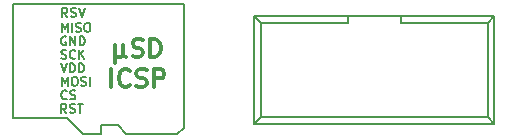
<source format=gto>
G04 #@! TF.FileFunction,Legend,Top*
%FSLAX46Y46*%
G04 Gerber Fmt 4.6, Leading zero omitted, Abs format (unit mm)*
G04 Created by KiCad (PCBNEW 4.0.4+e1-6308~48~ubuntu16.04.1-stable) date Wed Nov 16 18:20:05 2016*
%MOMM*%
%LPD*%
G01*
G04 APERTURE LIST*
%ADD10C,0.100000*%
%ADD11C,0.300000*%
%ADD12C,0.150000*%
G04 APERTURE END LIST*
D10*
D11*
X135775143Y-102543571D02*
X135775143Y-104043571D01*
X136489429Y-103329286D02*
X136560857Y-103472143D01*
X136703714Y-103543571D01*
X135775143Y-103329286D02*
X135846571Y-103472143D01*
X135989429Y-103543571D01*
X136275143Y-103543571D01*
X136418000Y-103472143D01*
X136489429Y-103329286D01*
X136489429Y-102543571D01*
X137275143Y-103472143D02*
X137489429Y-103543571D01*
X137846572Y-103543571D01*
X137989429Y-103472143D01*
X138060858Y-103400714D01*
X138132286Y-103257857D01*
X138132286Y-103115000D01*
X138060858Y-102972143D01*
X137989429Y-102900714D01*
X137846572Y-102829286D01*
X137560858Y-102757857D01*
X137418000Y-102686429D01*
X137346572Y-102615000D01*
X137275143Y-102472143D01*
X137275143Y-102329286D01*
X137346572Y-102186429D01*
X137418000Y-102115000D01*
X137560858Y-102043571D01*
X137918000Y-102043571D01*
X138132286Y-102115000D01*
X138775143Y-103543571D02*
X138775143Y-102043571D01*
X139132286Y-102043571D01*
X139346571Y-102115000D01*
X139489429Y-102257857D01*
X139560857Y-102400714D01*
X139632286Y-102686429D01*
X139632286Y-102900714D01*
X139560857Y-103186429D01*
X139489429Y-103329286D01*
X139346571Y-103472143D01*
X139132286Y-103543571D01*
X138775143Y-103543571D01*
X135453715Y-106093571D02*
X135453715Y-104593571D01*
X137025144Y-105950714D02*
X136953715Y-106022143D01*
X136739429Y-106093571D01*
X136596572Y-106093571D01*
X136382287Y-106022143D01*
X136239429Y-105879286D01*
X136168001Y-105736429D01*
X136096572Y-105450714D01*
X136096572Y-105236429D01*
X136168001Y-104950714D01*
X136239429Y-104807857D01*
X136382287Y-104665000D01*
X136596572Y-104593571D01*
X136739429Y-104593571D01*
X136953715Y-104665000D01*
X137025144Y-104736429D01*
X137596572Y-106022143D02*
X137810858Y-106093571D01*
X138168001Y-106093571D01*
X138310858Y-106022143D01*
X138382287Y-105950714D01*
X138453715Y-105807857D01*
X138453715Y-105665000D01*
X138382287Y-105522143D01*
X138310858Y-105450714D01*
X138168001Y-105379286D01*
X137882287Y-105307857D01*
X137739429Y-105236429D01*
X137668001Y-105165000D01*
X137596572Y-105022143D01*
X137596572Y-104879286D01*
X137668001Y-104736429D01*
X137739429Y-104665000D01*
X137882287Y-104593571D01*
X138239429Y-104593571D01*
X138453715Y-104665000D01*
X139096572Y-106093571D02*
X139096572Y-104593571D01*
X139668000Y-104593571D01*
X139810858Y-104665000D01*
X139882286Y-104736429D01*
X139953715Y-104879286D01*
X139953715Y-105093571D01*
X139882286Y-105236429D01*
X139810858Y-105307857D01*
X139668000Y-105379286D01*
X139096572Y-105379286D01*
D12*
X131753429Y-100166714D02*
X131499429Y-99803857D01*
X131318001Y-100166714D02*
X131318001Y-99404714D01*
X131608286Y-99404714D01*
X131680858Y-99441000D01*
X131717143Y-99477286D01*
X131753429Y-99549857D01*
X131753429Y-99658714D01*
X131717143Y-99731286D01*
X131680858Y-99767571D01*
X131608286Y-99803857D01*
X131318001Y-99803857D01*
X132043715Y-100130429D02*
X132152572Y-100166714D01*
X132334001Y-100166714D01*
X132406572Y-100130429D01*
X132442858Y-100094143D01*
X132479143Y-100021571D01*
X132479143Y-99949000D01*
X132442858Y-99876429D01*
X132406572Y-99840143D01*
X132334001Y-99803857D01*
X132188858Y-99767571D01*
X132116286Y-99731286D01*
X132080001Y-99695000D01*
X132043715Y-99622429D01*
X132043715Y-99549857D01*
X132080001Y-99477286D01*
X132116286Y-99441000D01*
X132188858Y-99404714D01*
X132370286Y-99404714D01*
X132479143Y-99441000D01*
X132696857Y-99404714D02*
X132950857Y-100166714D01*
X133204857Y-99404714D01*
X131662715Y-108294714D02*
X131408715Y-107931857D01*
X131227287Y-108294714D02*
X131227287Y-107532714D01*
X131517572Y-107532714D01*
X131590144Y-107569000D01*
X131626429Y-107605286D01*
X131662715Y-107677857D01*
X131662715Y-107786714D01*
X131626429Y-107859286D01*
X131590144Y-107895571D01*
X131517572Y-107931857D01*
X131227287Y-107931857D01*
X131953001Y-108258429D02*
X132061858Y-108294714D01*
X132243287Y-108294714D01*
X132315858Y-108258429D01*
X132352144Y-108222143D01*
X132388429Y-108149571D01*
X132388429Y-108077000D01*
X132352144Y-108004429D01*
X132315858Y-107968143D01*
X132243287Y-107931857D01*
X132098144Y-107895571D01*
X132025572Y-107859286D01*
X131989287Y-107823000D01*
X131953001Y-107750429D01*
X131953001Y-107677857D01*
X131989287Y-107605286D01*
X132025572Y-107569000D01*
X132098144Y-107532714D01*
X132279572Y-107532714D01*
X132388429Y-107569000D01*
X132606143Y-107532714D02*
X133041572Y-107532714D01*
X132823858Y-108294714D02*
X132823858Y-107532714D01*
X167894000Y-109198000D02*
X147574000Y-109198000D01*
X167354000Y-108648000D02*
X148134000Y-108648000D01*
X167894000Y-100098000D02*
X147574000Y-100098000D01*
X167354000Y-100648000D02*
X159984000Y-100648000D01*
X155484000Y-100648000D02*
X148134000Y-100648000D01*
X159984000Y-100648000D02*
X159984000Y-100098000D01*
X155484000Y-100648000D02*
X155484000Y-100098000D01*
X167894000Y-109198000D02*
X167894000Y-100098000D01*
X167354000Y-108648000D02*
X167354000Y-100648000D01*
X147574000Y-109198000D02*
X147574000Y-100098000D01*
X148134000Y-108648000D02*
X148134000Y-100648000D01*
X167894000Y-109198000D02*
X167354000Y-108648000D01*
X147574000Y-109198000D02*
X148134000Y-108648000D01*
X167894000Y-100098000D02*
X167354000Y-100648000D01*
X147574000Y-100098000D02*
X148134000Y-100648000D01*
X133033650Y-110050693D02*
X131752969Y-108727558D01*
X127139679Y-99064866D02*
X141620096Y-99064866D01*
X136005397Y-109314832D02*
X134576128Y-109314832D01*
X141064442Y-110064844D02*
X136720031Y-110064844D01*
X131752969Y-108727558D02*
X127139679Y-108727558D01*
X141620096Y-109577154D02*
X141064442Y-110064844D01*
X141620096Y-99064866D02*
X141620096Y-109577154D01*
X136720031Y-110064844D02*
X136005397Y-109314832D01*
X127139679Y-108727558D02*
X127139679Y-99064866D01*
X134576128Y-109314832D02*
X134576128Y-110050693D01*
X134576128Y-110050693D02*
X133033650Y-110050693D01*
X131227286Y-103686429D02*
X131336143Y-103722714D01*
X131517572Y-103722714D01*
X131590143Y-103686429D01*
X131626429Y-103650143D01*
X131662714Y-103577571D01*
X131662714Y-103505000D01*
X131626429Y-103432429D01*
X131590143Y-103396143D01*
X131517572Y-103359857D01*
X131372429Y-103323571D01*
X131299857Y-103287286D01*
X131263572Y-103251000D01*
X131227286Y-103178429D01*
X131227286Y-103105857D01*
X131263572Y-103033286D01*
X131299857Y-102997000D01*
X131372429Y-102960714D01*
X131553857Y-102960714D01*
X131662714Y-102997000D01*
X132424714Y-103650143D02*
X132388428Y-103686429D01*
X132279571Y-103722714D01*
X132207000Y-103722714D01*
X132098143Y-103686429D01*
X132025571Y-103613857D01*
X131989286Y-103541286D01*
X131953000Y-103396143D01*
X131953000Y-103287286D01*
X131989286Y-103142143D01*
X132025571Y-103069571D01*
X132098143Y-102997000D01*
X132207000Y-102960714D01*
X132279571Y-102960714D01*
X132388428Y-102997000D01*
X132424714Y-103033286D01*
X132751286Y-103722714D02*
X132751286Y-102960714D01*
X133186714Y-103722714D02*
X132860143Y-103287286D01*
X133186714Y-102960714D02*
X132751286Y-103396143D01*
X131263572Y-106008714D02*
X131263572Y-105246714D01*
X131517572Y-105791000D01*
X131771572Y-105246714D01*
X131771572Y-106008714D01*
X132279571Y-105246714D02*
X132424714Y-105246714D01*
X132497286Y-105283000D01*
X132569857Y-105355571D01*
X132606143Y-105500714D01*
X132606143Y-105754714D01*
X132569857Y-105899857D01*
X132497286Y-105972429D01*
X132424714Y-106008714D01*
X132279571Y-106008714D01*
X132207000Y-105972429D01*
X132134429Y-105899857D01*
X132098143Y-105754714D01*
X132098143Y-105500714D01*
X132134429Y-105355571D01*
X132207000Y-105283000D01*
X132279571Y-105246714D01*
X132896429Y-105972429D02*
X133005286Y-106008714D01*
X133186715Y-106008714D01*
X133259286Y-105972429D01*
X133295572Y-105936143D01*
X133331857Y-105863571D01*
X133331857Y-105791000D01*
X133295572Y-105718429D01*
X133259286Y-105682143D01*
X133186715Y-105645857D01*
X133041572Y-105609571D01*
X132969000Y-105573286D01*
X132932715Y-105537000D01*
X132896429Y-105464429D01*
X132896429Y-105391857D01*
X132932715Y-105319286D01*
X132969000Y-105283000D01*
X133041572Y-105246714D01*
X133223000Y-105246714D01*
X133331857Y-105283000D01*
X133658429Y-106008714D02*
X133658429Y-105246714D01*
X131263572Y-101436714D02*
X131263572Y-100674714D01*
X131517572Y-101219000D01*
X131771572Y-100674714D01*
X131771572Y-101436714D01*
X132134429Y-101436714D02*
X132134429Y-100674714D01*
X132461000Y-101400429D02*
X132569857Y-101436714D01*
X132751286Y-101436714D01*
X132823857Y-101400429D01*
X132860143Y-101364143D01*
X132896428Y-101291571D01*
X132896428Y-101219000D01*
X132860143Y-101146429D01*
X132823857Y-101110143D01*
X132751286Y-101073857D01*
X132606143Y-101037571D01*
X132533571Y-101001286D01*
X132497286Y-100965000D01*
X132461000Y-100892429D01*
X132461000Y-100819857D01*
X132497286Y-100747286D01*
X132533571Y-100711000D01*
X132606143Y-100674714D01*
X132787571Y-100674714D01*
X132896428Y-100711000D01*
X133368142Y-100674714D02*
X133513285Y-100674714D01*
X133585857Y-100711000D01*
X133658428Y-100783571D01*
X133694714Y-100928714D01*
X133694714Y-101182714D01*
X133658428Y-101327857D01*
X133585857Y-101400429D01*
X133513285Y-101436714D01*
X133368142Y-101436714D01*
X133295571Y-101400429D01*
X133223000Y-101327857D01*
X133186714Y-101182714D01*
X133186714Y-100928714D01*
X133223000Y-100783571D01*
X133295571Y-100711000D01*
X133368142Y-100674714D01*
X131191000Y-104103714D02*
X131445000Y-104865714D01*
X131699000Y-104103714D01*
X131953001Y-104865714D02*
X131953001Y-104103714D01*
X132134429Y-104103714D01*
X132243286Y-104140000D01*
X132315858Y-104212571D01*
X132352143Y-104285143D01*
X132388429Y-104430286D01*
X132388429Y-104539143D01*
X132352143Y-104684286D01*
X132315858Y-104756857D01*
X132243286Y-104829429D01*
X132134429Y-104865714D01*
X131953001Y-104865714D01*
X132715001Y-104865714D02*
X132715001Y-104103714D01*
X132896429Y-104103714D01*
X133005286Y-104140000D01*
X133077858Y-104212571D01*
X133114143Y-104285143D01*
X133150429Y-104430286D01*
X133150429Y-104539143D01*
X133114143Y-104684286D01*
X133077858Y-104756857D01*
X133005286Y-104829429D01*
X132896429Y-104865714D01*
X132715001Y-104865714D01*
X131626428Y-101854000D02*
X131553857Y-101817714D01*
X131445000Y-101817714D01*
X131336143Y-101854000D01*
X131263571Y-101926571D01*
X131227286Y-101999143D01*
X131191000Y-102144286D01*
X131191000Y-102253143D01*
X131227286Y-102398286D01*
X131263571Y-102470857D01*
X131336143Y-102543429D01*
X131445000Y-102579714D01*
X131517571Y-102579714D01*
X131626428Y-102543429D01*
X131662714Y-102507143D01*
X131662714Y-102253143D01*
X131517571Y-102253143D01*
X131989286Y-102579714D02*
X131989286Y-101817714D01*
X132424714Y-102579714D01*
X132424714Y-101817714D01*
X132787572Y-102579714D02*
X132787572Y-101817714D01*
X132969000Y-101817714D01*
X133077857Y-101854000D01*
X133150429Y-101926571D01*
X133186714Y-101999143D01*
X133223000Y-102144286D01*
X133223000Y-102253143D01*
X133186714Y-102398286D01*
X133150429Y-102470857D01*
X133077857Y-102543429D01*
X132969000Y-102579714D01*
X132787572Y-102579714D01*
X131699000Y-107079143D02*
X131662714Y-107115429D01*
X131553857Y-107151714D01*
X131481286Y-107151714D01*
X131372429Y-107115429D01*
X131299857Y-107042857D01*
X131263572Y-106970286D01*
X131227286Y-106825143D01*
X131227286Y-106716286D01*
X131263572Y-106571143D01*
X131299857Y-106498571D01*
X131372429Y-106426000D01*
X131481286Y-106389714D01*
X131553857Y-106389714D01*
X131662714Y-106426000D01*
X131699000Y-106462286D01*
X131989286Y-107115429D02*
X132098143Y-107151714D01*
X132279572Y-107151714D01*
X132352143Y-107115429D01*
X132388429Y-107079143D01*
X132424714Y-107006571D01*
X132424714Y-106934000D01*
X132388429Y-106861429D01*
X132352143Y-106825143D01*
X132279572Y-106788857D01*
X132134429Y-106752571D01*
X132061857Y-106716286D01*
X132025572Y-106680000D01*
X131989286Y-106607429D01*
X131989286Y-106534857D01*
X132025572Y-106462286D01*
X132061857Y-106426000D01*
X132134429Y-106389714D01*
X132315857Y-106389714D01*
X132424714Y-106426000D01*
M02*

</source>
